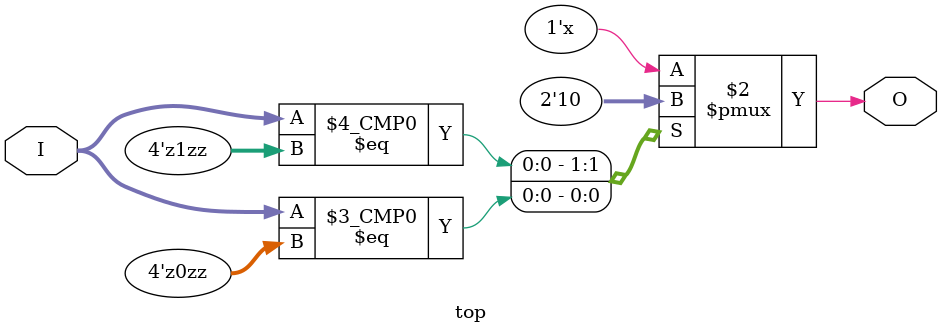
<source format=v>
module top( (* keep *) input [3:0] I, output O);
    always @(I)
    case(I)
        4'b?1?? : O = 1;
        4'b?0?? : O = 0;
    endcase
endmodule // top

</source>
